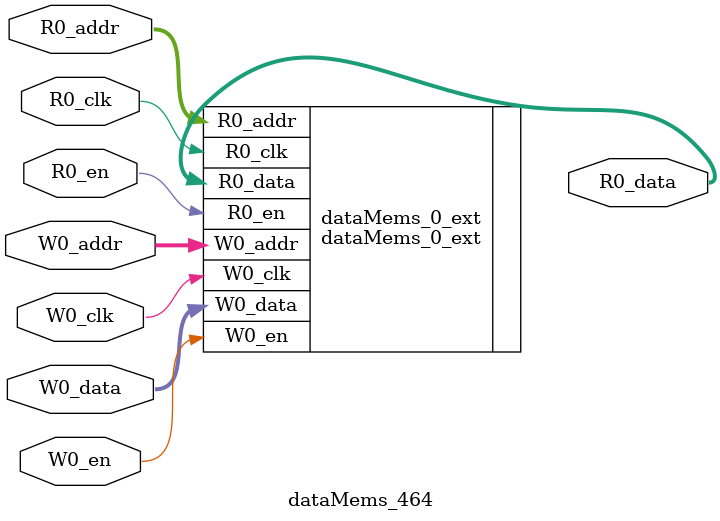
<source format=sv>
`ifndef RANDOMIZE
  `ifdef RANDOMIZE_REG_INIT
    `define RANDOMIZE
  `endif // RANDOMIZE_REG_INIT
`endif // not def RANDOMIZE
`ifndef RANDOMIZE
  `ifdef RANDOMIZE_MEM_INIT
    `define RANDOMIZE
  `endif // RANDOMIZE_MEM_INIT
`endif // not def RANDOMIZE

`ifndef RANDOM
  `define RANDOM $random
`endif // not def RANDOM

// Users can define 'PRINTF_COND' to add an extra gate to prints.
`ifndef PRINTF_COND_
  `ifdef PRINTF_COND
    `define PRINTF_COND_ (`PRINTF_COND)
  `else  // PRINTF_COND
    `define PRINTF_COND_ 1
  `endif // PRINTF_COND
`endif // not def PRINTF_COND_

// Users can define 'ASSERT_VERBOSE_COND' to add an extra gate to assert error printing.
`ifndef ASSERT_VERBOSE_COND_
  `ifdef ASSERT_VERBOSE_COND
    `define ASSERT_VERBOSE_COND_ (`ASSERT_VERBOSE_COND)
  `else  // ASSERT_VERBOSE_COND
    `define ASSERT_VERBOSE_COND_ 1
  `endif // ASSERT_VERBOSE_COND
`endif // not def ASSERT_VERBOSE_COND_

// Users can define 'STOP_COND' to add an extra gate to stop conditions.
`ifndef STOP_COND_
  `ifdef STOP_COND
    `define STOP_COND_ (`STOP_COND)
  `else  // STOP_COND
    `define STOP_COND_ 1
  `endif // STOP_COND
`endif // not def STOP_COND_

// Users can define INIT_RANDOM as general code that gets injected into the
// initializer block for modules with registers.
`ifndef INIT_RANDOM
  `define INIT_RANDOM
`endif // not def INIT_RANDOM

// If using random initialization, you can also define RANDOMIZE_DELAY to
// customize the delay used, otherwise 0.002 is used.
`ifndef RANDOMIZE_DELAY
  `define RANDOMIZE_DELAY 0.002
`endif // not def RANDOMIZE_DELAY

// Define INIT_RANDOM_PROLOG_ for use in our modules below.
`ifndef INIT_RANDOM_PROLOG_
  `ifdef RANDOMIZE
    `ifdef VERILATOR
      `define INIT_RANDOM_PROLOG_ `INIT_RANDOM
    `else  // VERILATOR
      `define INIT_RANDOM_PROLOG_ `INIT_RANDOM #`RANDOMIZE_DELAY begin end
    `endif // VERILATOR
  `else  // RANDOMIZE
    `define INIT_RANDOM_PROLOG_
  `endif // RANDOMIZE
`endif // not def INIT_RANDOM_PROLOG_

// Include register initializers in init blocks unless synthesis is set
`ifndef SYNTHESIS
  `ifndef ENABLE_INITIAL_REG_
    `define ENABLE_INITIAL_REG_
  `endif // not def ENABLE_INITIAL_REG_
`endif // not def SYNTHESIS

// Include rmemory initializers in init blocks unless synthesis is set
`ifndef SYNTHESIS
  `ifndef ENABLE_INITIAL_MEM_
    `define ENABLE_INITIAL_MEM_
  `endif // not def ENABLE_INITIAL_MEM_
`endif // not def SYNTHESIS

module dataMems_464(	// @[generators/ara/src/main/scala/UnsafeAXI4ToTL.scala:365:62]
  input  [4:0]  R0_addr,
  input         R0_en,
  input         R0_clk,
  output [66:0] R0_data,
  input  [4:0]  W0_addr,
  input         W0_en,
  input         W0_clk,
  input  [66:0] W0_data
);

  dataMems_0_ext dataMems_0_ext (	// @[generators/ara/src/main/scala/UnsafeAXI4ToTL.scala:365:62]
    .R0_addr (R0_addr),
    .R0_en   (R0_en),
    .R0_clk  (R0_clk),
    .R0_data (R0_data),
    .W0_addr (W0_addr),
    .W0_en   (W0_en),
    .W0_clk  (W0_clk),
    .W0_data (W0_data)
  );
endmodule


</source>
